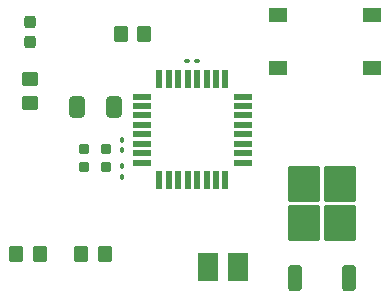
<source format=gbr>
%TF.GenerationSoftware,KiCad,Pcbnew,7.0.6*%
%TF.CreationDate,2024-03-10T00:39:51+00:00*%
%TF.ProjectId,RobotArmMK1.2,526f626f-7441-4726-9d4d-4b312e322e6b,rev?*%
%TF.SameCoordinates,Original*%
%TF.FileFunction,Paste,Top*%
%TF.FilePolarity,Positive*%
%FSLAX46Y46*%
G04 Gerber Fmt 4.6, Leading zero omitted, Abs format (unit mm)*
G04 Created by KiCad (PCBNEW 7.0.6) date 2024-03-10 00:39:51*
%MOMM*%
%LPD*%
G01*
G04 APERTURE LIST*
G04 Aperture macros list*
%AMRoundRect*
0 Rectangle with rounded corners*
0 $1 Rounding radius*
0 $2 $3 $4 $5 $6 $7 $8 $9 X,Y pos of 4 corners*
0 Add a 4 corners polygon primitive as box body*
4,1,4,$2,$3,$4,$5,$6,$7,$8,$9,$2,$3,0*
0 Add four circle primitives for the rounded corners*
1,1,$1+$1,$2,$3*
1,1,$1+$1,$4,$5*
1,1,$1+$1,$6,$7*
1,1,$1+$1,$8,$9*
0 Add four rect primitives between the rounded corners*
20,1,$1+$1,$2,$3,$4,$5,0*
20,1,$1+$1,$4,$5,$6,$7,0*
20,1,$1+$1,$6,$7,$8,$9,0*
20,1,$1+$1,$8,$9,$2,$3,0*%
G04 Aperture macros list end*
%ADD10RoundRect,0.090000X0.090000X-0.139000X0.090000X0.139000X-0.090000X0.139000X-0.090000X-0.139000X0*%
%ADD11RoundRect,0.090000X-0.090000X0.139000X-0.090000X-0.139000X0.090000X-0.139000X0.090000X0.139000X0*%
%ADD12RoundRect,0.090000X0.139000X0.090000X-0.139000X0.090000X-0.139000X-0.090000X0.139000X-0.090000X0*%
%ADD13RoundRect,0.250000X0.350000X-0.850000X0.350000X0.850000X-0.350000X0.850000X-0.350000X-0.850000X0*%
%ADD14RoundRect,0.250000X1.125000X-1.275000X1.125000X1.275000X-1.125000X1.275000X-1.125000X-1.275000X0*%
%ADD15RoundRect,0.250000X0.350000X0.450000X-0.350000X0.450000X-0.350000X-0.450000X0.350000X-0.450000X0*%
%ADD16R,1.738275X2.413000*%
%ADD17RoundRect,0.237500X0.237500X-0.287500X0.237500X0.287500X-0.237500X0.287500X-0.237500X-0.287500X0*%
%ADD18RoundRect,0.250000X0.412500X0.650000X-0.412500X0.650000X-0.412500X-0.650000X0.412500X-0.650000X0*%
%ADD19R,1.550000X1.300000*%
%ADD20RoundRect,0.200000X-0.250000X0.200000X-0.250000X-0.200000X0.250000X-0.200000X0.250000X0.200000X0*%
%ADD21R,1.600000X0.550000*%
%ADD22R,0.550000X1.600000*%
%ADD23RoundRect,0.250000X0.450000X-0.350000X0.450000X0.350000X-0.450000X0.350000X-0.450000X-0.350000X0*%
%ADD24RoundRect,0.250000X-0.350000X-0.450000X0.350000X-0.450000X0.350000X0.450000X-0.350000X0.450000X0*%
G04 APERTURE END LIST*
D10*
%TO.C,C3*%
X145525000Y-96367500D03*
X145525000Y-97232500D03*
%TD*%
D11*
%TO.C,C4*%
X145525000Y-99482500D03*
X145525000Y-98617500D03*
%TD*%
D12*
%TO.C,C5*%
X151932500Y-89700000D03*
X151067500Y-89700000D03*
%TD*%
D13*
%TO.C,U2*%
X164780000Y-108050000D03*
D14*
X164025000Y-100075000D03*
X160975000Y-100075000D03*
X164025000Y-103425000D03*
X160975000Y-103425000D03*
D13*
X160220000Y-108050000D03*
%TD*%
D15*
%TO.C,R2*%
X142100000Y-106000000D03*
X144100000Y-106000000D03*
%TD*%
D16*
%TO.C,C1*%
X155339063Y-107100000D03*
X152860937Y-107100000D03*
%TD*%
D17*
%TO.C,D1*%
X137740000Y-88115000D03*
X137740000Y-86365000D03*
%TD*%
D18*
%TO.C,C2*%
X141737500Y-93550000D03*
X144862500Y-93550000D03*
%TD*%
D19*
%TO.C,Reset1*%
X158775000Y-85750000D03*
X166725000Y-85750000D03*
X158775000Y-90250000D03*
X166725000Y-90250000D03*
%TD*%
D20*
%TO.C,Y1*%
X144150000Y-97175000D03*
X142300000Y-97175000D03*
X142300000Y-98625000D03*
X144150000Y-98625000D03*
%TD*%
D21*
%TO.C,U1*%
X147250000Y-92700000D03*
X147250000Y-93500000D03*
X147250000Y-94300000D03*
X147250000Y-95100000D03*
X147250000Y-95900000D03*
X147250000Y-96700000D03*
X147250000Y-97500000D03*
X147250000Y-98300000D03*
D22*
X148700000Y-99750000D03*
X149500000Y-99750000D03*
X150300000Y-99750000D03*
X151100000Y-99750000D03*
X151900000Y-99750000D03*
X152700000Y-99750000D03*
X153500000Y-99750000D03*
X154300000Y-99750000D03*
D21*
X155750000Y-98300000D03*
X155750000Y-97500000D03*
X155750000Y-96700000D03*
X155750000Y-95900000D03*
X155750000Y-95100000D03*
X155750000Y-94300000D03*
X155750000Y-93500000D03*
X155750000Y-92700000D03*
D22*
X154300000Y-91250000D03*
X153500000Y-91250000D03*
X152700000Y-91250000D03*
X151900000Y-91250000D03*
X151100000Y-91250000D03*
X150300000Y-91250000D03*
X149500000Y-91250000D03*
X148700000Y-91250000D03*
%TD*%
D23*
%TO.C,R4*%
X137740000Y-93240000D03*
X137740000Y-91240000D03*
%TD*%
D24*
%TO.C,R3*%
X147430000Y-87370000D03*
X145430000Y-87370000D03*
%TD*%
D15*
%TO.C,R1*%
X138600000Y-106000000D03*
X136600000Y-106000000D03*
%TD*%
M02*

</source>
